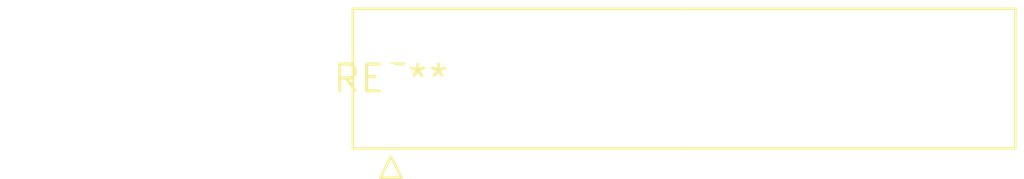
<source format=kicad_pcb>
(kicad_pcb (version 20240108) (generator pcbnew)
  (layers (0 "F.Cu" signal) (31 "B.Cu" signal) (34 "B.Paste" user) (35 "F.Paste" user) (36 "B.SilkS" user "B.Silkscreen") (37 "F.SilkS" user "F.Silkscreen") (38 "B.Mask" user) (39 "F.Mask" user) (44 "Edge.Cuts" user))
  (net 0 "")
  (footprint "TE_826576-8_1x08_P3.96mm_Vertical" (layer "F.Cu") (at 0 0)
    (property "Reference" "REF**")
    (property "Value" "TE_826576-8_1x08_P3.96mm_Vertical")
    (fp_line (start -1.8 -3.31) (end -1.8 3.31) (layer "F.SilkS") (stroke (width 0.12)))
    (fp_line (start -1.8 3.31) (end 13.86 3.31) (layer "F.SilkS") (stroke (width 0.12)))
    (fp_line (start -0.5 4.7) (end 0 3.7) (layer "F.SilkS") (stroke (width 0.12)))
    (fp_line (start 0 3.7) (end 0.5 4.7) (layer "F.SilkS") (stroke (width 0.12)))
    (fp_line (start 0.5 4.7) (end -0.5 4.7) (layer "F.SilkS") (stroke (width 0.12)))
    (fp_line (start 13.86 -3.31) (end -1.8 -3.31) (layer "F.SilkS") (stroke (width 0.12)))
    (fp_line (start 13.86 -3.31) (end 29.52 -3.31) (layer "F.SilkS") (stroke (width 0.12)))
    (fp_line (start 29.52 -3.31) (end 29.52 3.31) (layer "F.SilkS") (stroke (width 0.12)))
    (fp_line (start 29.52 3.31) (end 13.86 3.31) (layer "F.SilkS") (stroke (width 0.12)))
    (pad "1" thru_hole roundrect (at 0 0) (size 2.4 2.4) (drill 1.4) (layers *.Cu *.Mask) (remove_unused_layers) (roundrect_rratio 0.104167))
    (pad "2" thru_hole circle (at 3.96 0) (size 2.4 2.4) (drill 1.4) (layers *.Cu *.Mask) (remove_unused_layers))
    (pad "3" thru_hole circle (at 7.92 0) (size 2.4 2.4) (drill 1.4) (layers *.Cu *.Mask) (remove_unused_layers))
    (pad "4" thru_hole circle (at 11.88 0) (size 2.4 2.4) (drill 1.4) (layers *.Cu *.Mask) (remove_unused_layers))
    (pad "5" thru_hole circle (at 15.84 0) (size 2.4 2.4) (drill 1.4) (layers *.Cu *.Mask) (remove_unused_layers))
    (pad "6" thru_hole circle (at 19.8 0) (size 2.4 2.4) (drill 1.4) (layers *.Cu *.Mask) (remove_unused_layers))
    (pad "7" thru_hole circle (at 23.76 0) (size 2.4 2.4) (drill 1.4) (layers *.Cu *.Mask) (remove_unused_layers))
    (pad "8" thru_hole circle (at 27.72 0) (size 2.4 2.4) (drill 1.4) (layers *.Cu *.Mask) (remove_unused_layers))
  )
)
</source>
